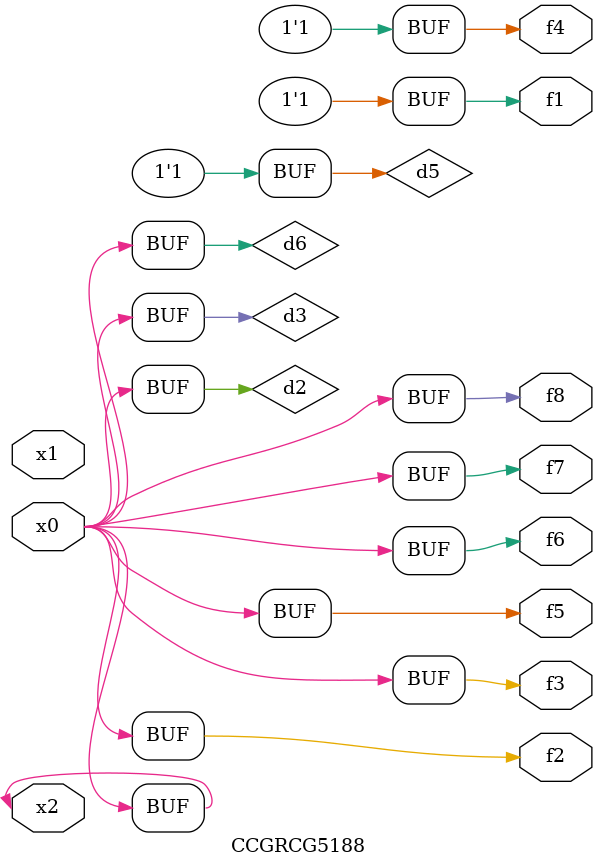
<source format=v>
module CCGRCG5188(
	input x0, x1, x2,
	output f1, f2, f3, f4, f5, f6, f7, f8
);

	wire d1, d2, d3, d4, d5, d6;

	xnor (d1, x2);
	buf (d2, x0, x2);
	and (d3, x0);
	xnor (d4, x1, x2);
	nand (d5, d1, d3);
	buf (d6, d2, d3);
	assign f1 = d5;
	assign f2 = d6;
	assign f3 = d6;
	assign f4 = d5;
	assign f5 = d6;
	assign f6 = d6;
	assign f7 = d6;
	assign f8 = d6;
endmodule

</source>
